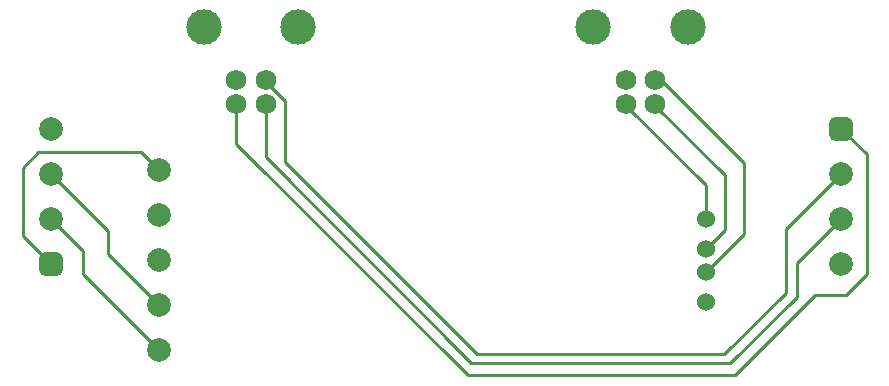
<source format=gbr>
%TF.GenerationSoftware,KiCad,Pcbnew,(6.0.10)*%
%TF.CreationDate,2023-01-06T10:26:07+00:00*%
%TF.ProjectId,USB,5553422e-6b69-4636-9164-5f7063625858,rev?*%
%TF.SameCoordinates,Original*%
%TF.FileFunction,Copper,L2,Bot*%
%TF.FilePolarity,Positive*%
%FSLAX46Y46*%
G04 Gerber Fmt 4.6, Leading zero omitted, Abs format (unit mm)*
G04 Created by KiCad (PCBNEW (6.0.10)) date 2023-01-06 10:26:07*
%MOMM*%
%LPD*%
G01*
G04 APERTURE LIST*
G04 Aperture macros list*
%AMRoundRect*
0 Rectangle with rounded corners*
0 $1 Rounding radius*
0 $2 $3 $4 $5 $6 $7 $8 $9 X,Y pos of 4 corners*
0 Add a 4 corners polygon primitive as box body*
4,1,4,$2,$3,$4,$5,$6,$7,$8,$9,$2,$3,0*
0 Add four circle primitives for the rounded corners*
1,1,$1+$1,$2,$3*
1,1,$1+$1,$4,$5*
1,1,$1+$1,$6,$7*
1,1,$1+$1,$8,$9*
0 Add four rect primitives between the rounded corners*
20,1,$1+$1,$2,$3,$4,$5,0*
20,1,$1+$1,$4,$5,$6,$7,0*
20,1,$1+$1,$6,$7,$8,$9,0*
20,1,$1+$1,$8,$9,$2,$3,0*%
G04 Aperture macros list end*
%TA.AperFunction,ComponentPad*%
%ADD10RoundRect,0.500000X0.500000X-0.500000X0.500000X0.500000X-0.500000X0.500000X-0.500000X-0.500000X0*%
%TD*%
%TA.AperFunction,ComponentPad*%
%ADD11C,2.000000*%
%TD*%
%TA.AperFunction,ComponentPad*%
%ADD12C,1.750000*%
%TD*%
%TA.AperFunction,ComponentPad*%
%ADD13C,3.000000*%
%TD*%
%TA.AperFunction,ComponentPad*%
%ADD14RoundRect,0.500000X-0.500000X0.500000X-0.500000X-0.500000X0.500000X-0.500000X0.500000X0.500000X0*%
%TD*%
%TA.AperFunction,ComponentPad*%
%ADD15C,1.524000*%
%TD*%
%TA.AperFunction,Conductor*%
%ADD16C,0.250000*%
%TD*%
G04 APERTURE END LIST*
D10*
%TO.P,J4,1,Pin_1*%
%TO.N,+5V*%
X125110000Y-140875000D03*
D11*
%TO.P,J4,2,Pin_2*%
%TO.N,A*%
X125110000Y-137065000D03*
%TO.P,J4,3,Pin_3*%
%TO.N,B*%
X125110000Y-133255000D03*
%TO.P,J4,4,Pin_4*%
%TO.N,GND*%
X125110000Y-129445000D03*
%TD*%
D12*
%TO.P,J1,1,VBUS*%
%TO.N,Net-(J1-Pad1)*%
X173820000Y-127345000D03*
%TO.P,J1,2,D-*%
%TO.N,Net-(J1-Pad2)*%
X176320000Y-127345000D03*
%TO.P,J1,3,D+*%
%TO.N,Net-(J1-Pad3)*%
X176320000Y-125345000D03*
%TO.P,J1,4,GND*%
%TO.N,GND*%
X173820000Y-125345000D03*
D13*
%TO.P,J1,5,Shield*%
X171070000Y-120855000D03*
X179070000Y-120855000D03*
%TD*%
D14*
%TO.P,J3,1,Pin_1*%
%TO.N,VBUS*%
X192030000Y-129445000D03*
D11*
%TO.P,J3,2,Pin_2*%
%TO.N,RX*%
X192030000Y-133255000D03*
%TO.P,J3,3,Pin_3*%
%TO.N,TX*%
X192030000Y-137065000D03*
%TO.P,J3,4,Pin_4*%
%TO.N,GND*%
X192030000Y-140875000D03*
%TD*%
D12*
%TO.P,J2,1,VBUS*%
%TO.N,VBUS*%
X140820000Y-127345000D03*
%TO.P,J2,2,D-*%
%TO.N,TX*%
X143320000Y-127345000D03*
%TO.P,J2,3,D+*%
%TO.N,RX*%
X143320000Y-125345000D03*
%TO.P,J2,4,GND*%
%TO.N,GND*%
X140820000Y-125345000D03*
D13*
%TO.P,J2,5,Shield*%
X146070000Y-120855000D03*
X138070000Y-120855000D03*
%TD*%
D15*
%TO.P,U1,1,VBUS*%
%TO.N,Net-(J1-Pad1)*%
X180570000Y-137100000D03*
%TO.P,U1,2,D-*%
%TO.N,Net-(J1-Pad2)*%
X180570000Y-139600000D03*
%TO.P,U1,3,D+*%
%TO.N,Net-(J1-Pad3)*%
X180570000Y-141600000D03*
%TO.P,U1,4,GND*%
%TO.N,GND*%
X180570000Y-144100000D03*
D11*
%TO.P,U1,5,A*%
%TO.N,A*%
X134320000Y-148220000D03*
%TO.P,U1,6,B*%
%TO.N,B*%
X134320000Y-144410000D03*
%TO.P,U1,7,GND*%
%TO.N,GND*%
X134320000Y-140600000D03*
%TO.P,U1,8,GND*%
X134320000Y-136790000D03*
%TO.P,U1,9,5V*%
%TO.N,+5V*%
X134320000Y-132980000D03*
%TD*%
D16*
%TO.N,Net-(J1-Pad1)*%
X180570000Y-137100000D02*
X180570000Y-134235000D01*
X180570000Y-134235000D02*
X173820000Y-127485000D01*
%TO.N,Net-(J1-Pad2)*%
X182180000Y-133345000D02*
X176320000Y-127485000D01*
X182180000Y-137990000D02*
X182180000Y-133345000D01*
X180570000Y-139600000D02*
X182180000Y-137990000D01*
%TO.N,Net-(J1-Pad3)*%
X183790000Y-132350000D02*
X183790000Y-138380000D01*
X183790000Y-138380000D02*
X180570000Y-141600000D01*
X176925000Y-125485000D02*
X183790000Y-132350000D01*
X176320000Y-125485000D02*
X176925000Y-125485000D01*
%TO.N,VBUS*%
X140820000Y-127485000D02*
X140820000Y-130740000D01*
X183070000Y-150330000D02*
X189860000Y-143540000D01*
X160410000Y-150330000D02*
X183070000Y-150330000D01*
X192420000Y-143540000D02*
X194190000Y-141770000D01*
X189860000Y-143540000D02*
X192420000Y-143540000D01*
X194190000Y-141770000D02*
X194190000Y-131605000D01*
X194190000Y-131605000D02*
X192030000Y-129445000D01*
X140820000Y-130740000D02*
X160410000Y-150330000D01*
%TO.N,TX*%
X192030000Y-137065000D02*
X188260000Y-140835000D01*
X188260000Y-140835000D02*
X188260000Y-143670000D01*
X160740000Y-149270000D02*
X143320000Y-131850000D01*
X182660000Y-149270000D02*
X160740000Y-149270000D01*
X143320000Y-131850000D02*
X143320000Y-127485000D01*
X188260000Y-143670000D02*
X182660000Y-149270000D01*
%TO.N,RX*%
X144920000Y-132270000D02*
X161170000Y-148520000D01*
X182160000Y-148520000D02*
X187350000Y-143330000D01*
X144920000Y-127085000D02*
X144920000Y-132270000D01*
X187350000Y-137935000D02*
X192030000Y-133255000D01*
X187350000Y-143330000D02*
X187350000Y-137935000D01*
X161170000Y-148520000D02*
X182160000Y-148520000D01*
X143320000Y-125485000D02*
X144920000Y-127085000D01*
%TO.N,+5V*%
X124060000Y-131440000D02*
X132780000Y-131440000D01*
X122740000Y-138505000D02*
X122740000Y-132760000D01*
X122740000Y-132760000D02*
X124060000Y-131440000D01*
X125110000Y-140875000D02*
X122740000Y-138505000D01*
X132780000Y-131440000D02*
X134320000Y-132980000D01*
%TO.N,A*%
X127850000Y-141750000D02*
X134320000Y-148220000D01*
X127850000Y-139805000D02*
X127850000Y-141750000D01*
X125110000Y-137065000D02*
X127850000Y-139805000D01*
%TO.N,B*%
X125110000Y-133255000D02*
X129940000Y-138085000D01*
X129940000Y-140030000D02*
X134320000Y-144410000D01*
X129940000Y-138085000D02*
X129940000Y-140030000D01*
%TD*%
M02*

</source>
